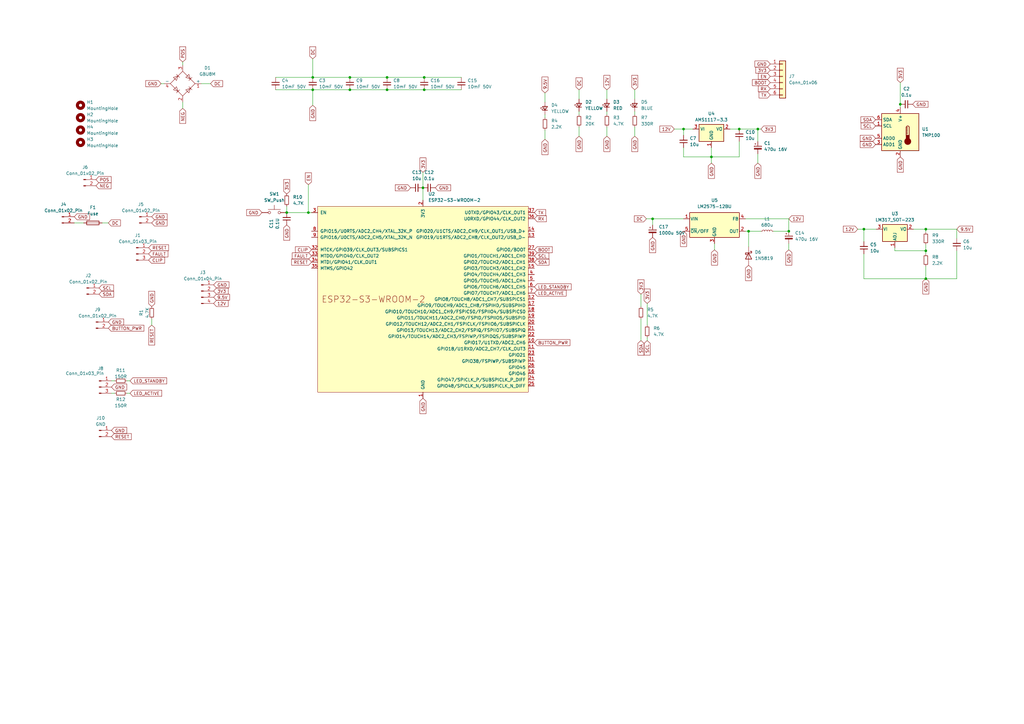
<source format=kicad_sch>
(kicad_sch (version 20231120) (generator "eeschema") (generator_version "8.0")
  (paper "A3")
  (lib_symbols
    (symbol "Connector:Conn_01x02_Pin" (pin_names (offset 1.016) hide)
      (property "Reference" "J" (at 0 2.54 0))
      (property "Value" "Conn_01x02_Pin" (at 0 -5.08 0))
      (symbol "Conn_01x02_Pin_1_1"
        (pin passive line (at 5.08 0 180) (length 3.81) (name "Pin_1") (number "1"))
        (pin passive line (at 5.08 -2.54 180) (length 3.81) (name "Pin_2") (number "2"))
      )
    )
    (symbol "Connector:Conn_01x03_Pin" (pin_names (offset 1.016) hide)
      (property "Reference" "J" (at 0 5.08 0))
      (property "Value" "Conn_01x03_Pin" (at 0 -5.08 0))
      (symbol "Conn_01x03_Pin_1_1"
        (pin passive line (at 5.08 2.54 180) (length 3.81) (name "Pin_1") (number "1"))
        (pin passive line (at 5.08 0 180) (length 3.81) (name "Pin_2") (number "2"))
        (pin passive line (at 5.08 -2.54 180) (length 3.81) (name "Pin_3") (number "3"))
      )
    )
    (symbol "Connector:Conn_01x04_Pin" (pin_names (offset 1.016) hide)
      (property "Reference" "J" (at 0 5.08 0))
      (property "Value" "Conn_01x04_Pin" (at 0 -7.62 0))
      (symbol "Conn_01x04_Pin_1_1"
        (pin passive line (at 5.08 2.54 180) (length 3.81) (name "Pin_1") (number "1"))
        (pin passive line (at 5.08 0 180) (length 3.81) (name "Pin_2") (number "2"))
        (pin passive line (at 5.08 -2.54 180) (length 3.81) (name "Pin_3") (number "3"))
        (pin passive line (at 5.08 -5.08 180) (length 3.81) (name "Pin_4") (number "4"))
      )
    )
    (symbol "Connector_Generic:Conn_01x06" (pin_names (offset 1.016) hide)
      (property "Reference" "J" (at 0 7.62 0))
      (property "Value" "Conn_01x06" (at 0 -10.16 0))
      (symbol "Conn_01x06_1_1"
        (pin passive line (at -5.08 5.08 0) (length 3.81) (name "Pin_1") (number "1"))
        (pin passive line (at -5.08 2.54 0) (length 3.81) (name "Pin_2") (number "2"))
        (pin passive line (at -5.08 0 0) (length 3.81) (name "Pin_3") (number "3"))
        (pin passive line (at -5.08 -2.54 0) (length 3.81) (name "Pin_4") (number "4"))
        (pin passive line (at -5.08 -5.08 0) (length 3.81) (name "Pin_5") (number "5"))
        (pin passive line (at -5.08 -7.62 0) (length 3.81) (name "Pin_6") (number "6"))
      )
    )
    (symbol "Device:C_Polarized_Small" (pin_numbers hide) (pin_names (offset 0.254) hide)
      (property "Reference" "C" (at 0.254 1.778 0))
      (property "Value" "C_Polarized_Small" (at 0.254 -2.032 0))
      (symbol "C_Polarized_Small_1_1"
        (pin passive line (at 0 2.54 270) (length 1.8542) (name "~") (number "1"))
        (pin passive line (at 0 -2.54 90) (length 1.8542) (name "~") (number "2"))
      )
    )
    (symbol "Device:C_Small" (pin_numbers hide) (pin_names (offset 0.254) hide)
      (property "Reference" "C" (at 0.254 1.778 0))
      (property "Value" "C_Small" (at 0.254 -2.032 0))
      (symbol "C_Small_1_1"
        (pin passive line (at 0 2.54 270) (length 2.032) (name "~") (number "1"))
        (pin passive line (at 0 -2.54 90) (length 2.032) (name "~") (number "2"))
      )
    )
    (symbol "Device:Fuse" (pin_numbers hide) (pin_names (offset 0))
      (property "Reference" "F" (at 2.032 0 90))
      (property "Value" "Fuse" (at -1.905 0 90))
      (symbol "Fuse_1_1"
        (pin passive line (at 0 3.81 270) (length 1.27) (name "~") (number "1"))
        (pin passive line (at 0 -3.81 90) (length 1.27) (name "~") (number "2"))
      )
    )
    (symbol "Device:LED_Small" (pin_numbers hide) (pin_names (offset 0.254) hide)
      (property "Reference" "D" (at -1.27 3.175 0))
      (property "Value" "LED_Small" (at -4.445 -2.54 0))
      (symbol "LED_Small_1_1"
        (pin passive line (at -2.54 0 0) (length 1.778) (name "K") (number "1"))
        (pin passive line (at 2.54 0 180) (length 1.778) (name "A") (number "2"))
      )
    )
    (symbol "Device:L_Small" (pin_numbers hide) (pin_names (offset 0.254) hide)
      (property "Reference" "L" (at 0.762 1.016 0))
      (property "Value" "L_Small" (at 0.762 -1.016 0))
      (symbol "L_Small_1_1"
        (pin passive line (at 0 2.54 270) (length 0.508) (name "~") (number "1"))
        (pin passive line (at 0 -2.54 90) (length 0.508) (name "~") (number "2"))
      )
    )
    (symbol "Device:R_Small" (pin_numbers hide) (pin_names (offset 0.254) hide)
      (property "Reference" "R" (at 0.762 0.508 0))
      (property "Value" "R_Small" (at 0.762 -1.016 0))
      (symbol "R_Small_1_1"
        (pin passive line (at 0 2.54 270) (length 0.762) (name "~") (number "1"))
        (pin passive line (at 0 -2.54 90) (length 0.762) (name "~") (number "2"))
      )
    )
    (symbol "Diode:1N5819" (pin_numbers hide) (pin_names (offset 1.016) hide)
      (property "Reference" "D" (at 0 2.54 0))
      (property "Value" "1N5819" (at 0 -2.54 0))
      (symbol "1N5819_1_1"
        (pin passive line (at -3.81 0 0) (length 2.54) (name "K") (number "1"))
        (pin passive line (at 3.81 0 180) (length 2.54) (name "A") (number "2"))
      )
    )
    (symbol "Diode_Bridge:GBU8M" (pin_names (offset 0))
      (property "Reference" "D" (at 2.54 6.985 0))
      (property "Value" "GBU8M" (at 2.54 5.08 0))
      (symbol "GBU8M_1_1"
        (pin passive line (at 7.62 0 180) (length 2.54) (name "+") (number "1"))
        (pin passive line (at 0 -7.62 90) (length 2.54) (name "~") (number "2"))
        (pin passive line (at 0 7.62 270) (length 2.54) (name "~") (number "3"))
        (pin passive line (at -7.62 0 0) (length 2.54) (name "-") (number "4"))
      )
    )
    (symbol "Mechanical:MountingHole" (pin_names (offset 1.016)) (exclude_from_sim yes) (in_bom no)
      (property "Reference" "H" (at 0 5.08 0))
      (property "Value" "MountingHole" (at 0 3.175 0))
    )
    (symbol "PCM_Espressif:ESP32-S3-WROOM-2" (pin_names (offset 1.016))
      (property "Reference" "U" (at -43.18 43.18 0))
      (property "Value" "ESP32-S3-WROOM-2" (at -43.18 40.64 0))
      (symbol "ESP32-S3-WROOM-2_0_0"
        (text "ESP32-S3-WROOM-2" (at -20.32 0 0) (effects (font (size 2.54 2.54))))
        (pin power_in line (at 0 -40.64 90) (length 2.54) (name "GND") (number "1"))
        (pin bidirectional line (at 45.72 -17.78 180) (length 2.54) (name "GPIO17/U1TXD/ADC2_CH6") (number "10"))
        (pin bidirectional line (at 45.72 -20.32 180) (length 2.54) (name "GPIO18/U1RXD/ADC2_CH7/CLK_OUT3") (number "11"))
        (pin bidirectional line (at 45.72 0 180) (length 2.54) (name "GPIO8/TOUCH8/ADC1_CH7/SUBSPICS1") (number "12"))
        (pin bidirectional line (at 45.72 25.4 180) (length 2.54) (name "GPIO19/U1RTS/ADC2_CH8/CLK_OUT2/USB_D-") (number "13"))
        (pin bidirectional line (at 45.72 27.94 180) (length 2.54) (name "GPIO20/U1CTS/ADC2_CH9/CLK_OUT1/USB_D+") (number "14"))
        (pin bidirectional line (at 45.72 12.7 180) (length 2.54) (name "GPIO3/TOUCH3/ADC1_CH2") (number "15"))
        (pin bidirectional line (at 45.72 -30.48 180) (length 2.54) (name "GPIO46") (number "16"))
        (pin bidirectional line (at 45.72 -2.54 180) (length 2.54) (name "GPIO9/TOUCH9/ADC1_CH8/FSPIHD/SUBSPIHD") (number "17"))
        (pin bidirectional line (at 45.72 -5.08 180) (length 2.54) (name "GPIO10/TOUCH10/ADC1_CH9/FSPICS0/FSPIIO4/SUBSPICS0") (number "18"))
        (pin bidirectional line (at 45.72 -7.62 180) (length 2.54) (name "GPIO11/TOUCH11/ADC2_CH0/FSPID/FSPIIO5/SUBSPID") (number "19"))
        (pin power_in line (at 0 40.64 270) (length 2.54) (name "3V3") (number "2"))
        (pin bidirectional line (at 45.72 -10.16 180) (length 2.54) (name "GPIO12/TOUCH12/ADC2_CH1/FSPICLK/FSPIIO6/SUBSPICLK") (number "20"))
        (pin bidirectional line (at 45.72 -12.7 180) (length 2.54) (name "GPIO13/TOUCH13/ADC2_CH2/FSPIQ/FSPIIO7/SUBSPIQ") (number "21"))
        (pin bidirectional line (at 45.72 -15.24 180) (length 2.54) (name "GPIO14/TOUCH14/ADC2_CH3/FSPIWP/FSPIDQS/SUBSPIWP") (number "22"))
        (pin bidirectional line (at 45.72 -22.86 180) (length 2.54) (name "GPIO21") (number "23"))
        (pin bidirectional line (at 45.72 -33.02 180) (length 2.54) (name "GPIO47/SPICLK_P/SUBSPICLK_P_DIFF") (number "24"))
        (pin bidirectional line (at 45.72 -35.56 180) (length 2.54) (name "GPIO48/SPICLK_N/SUBSPICLK_N_DIFF") (number "25"))
        (pin bidirectional line (at 45.72 -27.94 180) (length 2.54) (name "GPIO45") (number "26"))
        (pin bidirectional line (at 45.72 20.32 180) (length 2.54) (name "GPIO0/BOOT") (number "27"))
        (pin no_connect line (at -43.18 -35.56 0) (length 2.54) hide (name "NC") (number "28"))
        (pin no_connect line (at -43.18 -33.02 0) (length 2.54) hide (name "NC") (number "29"))
        (pin input line (at -45.72 35.56 0) (length 2.54) (name "EN") (number "3"))
        (pin no_connect line (at -43.18 -30.48 0) (length 2.54) hide (name "NC") (number "30"))
        (pin bidirectional line (at 45.72 -25.4 180) (length 2.54) (name "GPIO38/FSPIWP/SUBSPIWP") (number "31"))
        (pin bidirectional line (at -45.72 20.32 0) (length 2.54) (name "MTCK/GPIO39/CLK_OUT3/SUBSPICS1") (number "32"))
        (pin bidirectional line (at -45.72 17.78 0) (length 2.54) (name "MTDO/GPIO40/CLK_OUT2") (number "33"))
        (pin bidirectional line (at -45.72 15.24 0) (length 2.54) (name "MTDI/GPIO41/CLK_OUT1") (number "34"))
        (pin bidirectional line (at -45.72 12.7 0) (length 2.54) (name "MTMS/GPIO42") (number "35"))
        (pin bidirectional line (at 45.72 33.02 180) (length 2.54) (name "U0RXD/GPIO44/CLK_OUT2") (number "36"))
        (pin bidirectional line (at 45.72 35.56 180) (length 2.54) (name "U0TXD/GPIO43/CLK_OUT1") (number "37"))
        (pin bidirectional line (at 45.72 15.24 180) (length 2.54) (name "GPIO2/TOUCH2/ADC1_CH1") (number "38"))
        (pin bidirectional line (at 45.72 17.78 180) (length 2.54) (name "GPIO1/TOUCH1/ADC1_CH0") (number "39"))
        (pin bidirectional line (at 45.72 10.16 180) (length 2.54) (name "GPIO4/TOUCH4/ADC1_CH3") (number "4"))
        (pin passive line (at 0 -40.64 90) (length 2.54) hide (name "GND") (number "40"))
        (pin passive line (at 0 -40.64 90) (length 2.54) hide (name "GND") (number "41"))
        (pin bidirectional line (at 45.72 7.62 180) (length 2.54) (name "GPIO5/TOUCH5/ADC1_CH4") (number "5"))
        (pin bidirectional line (at 45.72 5.08 180) (length 2.54) (name "GPIO6/TOUCH6/ADC1_CH5") (number "6"))
        (pin bidirectional line (at 45.72 2.54 180) (length 2.54) (name "GPIO7/TOUCH7/ADC1_CH6") (number "7"))
        (pin bidirectional line (at -45.72 27.94 0) (length 2.54) (name "GPIO15/U0RTS/ADC2_CH4/XTAL_32K_P") (number "8"))
        (pin bidirectional line (at -45.72 25.4 0) (length 2.54) (name "GPIO16/U0CTS/ADC2_CH5/XTAL_32K_N") (number "9"))
      )
    )
    (symbol "Regulator_Linear:AMS1117-3.3"
      (property "Reference" "U" (at -3.81 3.175 0))
      (property "Value" "AMS1117-3.3" (at 0 3.175 0))
      (symbol "AMS1117-3.3_1_1"
        (pin power_in line (at 0 -7.62 90) (length 2.54) (name "GND") (number "1"))
        (pin power_out line (at 7.62 0 180) (length 2.54) (name "VO") (number "2"))
        (pin power_in line (at -7.62 0 0) (length 2.54) (name "VI") (number "3"))
      )
    )
    (symbol "Regulator_Linear:LM317_SOT-223" (pin_names (offset 0.254))
      (property "Reference" "U" (at -3.81 3.175 0))
      (property "Value" "LM317_SOT-223" (at 0 3.175 0))
      (symbol "LM317_SOT-223_1_1"
        (pin input line (at 0 -7.62 90) (length 2.54) (name "ADJ") (number "1"))
        (pin power_out line (at 7.62 0 180) (length 2.54) (name "VO") (number "2"))
        (pin power_in line (at -7.62 0 0) (length 2.54) (name "VI") (number "3"))
      )
    )
    (symbol "Regulator_Switching:LM2575-12BU" (pin_names (offset 0.254))
      (property "Reference" "U" (at -10.16 6.35 0))
      (property "Value" "LM2575-12BU" (at 0 6.35 0))
      (symbol "LM2575-12BU_1_1"
        (pin power_in line (at -12.7 2.54 0) (length 2.54) (name "VIN") (number "1"))
        (pin output line (at 12.7 -2.54 180) (length 2.54) (name "OUT") (number "2"))
        (pin power_in line (at 0 -7.62 90) (length 2.54) (name "GND") (number "3"))
        (pin input line (at 12.7 2.54 180) (length 2.54) (name "FB") (number "4"))
        (pin input line (at -12.7 -2.54 0) (length 2.54) (name "~{ON}/OFF") (number "5"))
      )
    )
    (symbol "Sensor_Temperature:TMP100"
      (property "Reference" "U" (at 10.16 6.35 0))
      (property "Value" "TMP100" (at 12.7 3.81 0))
      (symbol "TMP100_1_1"
        (pin input line (at -10.16 2.54 0) (length 2.54) (name "SCL") (number "1"))
        (pin power_in line (at 0 -10.16 90) (length 2.54) (name "GND") (number "2"))
        (pin input line (at -10.16 -5.08 0) (length 2.54) (name "ADD1") (number "3"))
        (pin power_in line (at 0 10.16 270) (length 2.54) (name "V+") (number "4"))
        (pin input line (at -10.16 -2.54 0) (length 2.54) (name "ADD0") (number "5"))
        (pin bidirectional line (at -10.16 5.08 0) (length 2.54) (name "SDA") (number "6"))
      )
    )
    (symbol "Switch:SW_Push" (pin_numbers hide) (pin_names (offset 1.016) hide)
      (property "Reference" "SW" (at 1.27 2.54 0))
      (property "Value" "SW_Push" (at 0 -1.524 0))
      (symbol "SW_Push_0_1"
        (pin passive line (at -5.08 0 0) (length 2.54) (name "1") (number "1"))
        (pin passive line (at 5.08 0 180) (length 2.54) (name "2") (number "2"))
      )
    )
  )
  (junction (at 158.75 31.75))
  (junction (at 280.3532 52.9274))
  (junction (at 158.75 36.83))
  (junction (at 143.51 36.83))
  (junction (at 173.99 36.83))
  (junction (at 291.7832 64.3574))
  (junction (at 379.73 114.3))
  (junction (at 369.2532 42.7674))
  (junction (at 143.51 31.75))
  (junction (at 379.73 102.87))
  (junction (at 128.27 31.75))
  (junction (at 128.27 36.83))
  (junction (at 354.33 93.98))
  (junction (at 267.6532 89.7574))
  (junction (at 303.2132 52.9274))
  (junction (at 173.99 31.75))
  (junction (at 379.73 93.98))
  (junction (at 117.5982 87.1843))
  (junction (at 310.8332 52.9274))
  (junction (at 323.5332 94.8374))
  (junction (at 126.4882 87.1843))
  (junction (at 307.0232 94.8374))
  (junction (at 173.4782 77.0243))
  (wire (pts (xy 379.73 109.22) (xy 379.73 114.3)))
  (wire (pts (xy 173.99 31.75) (xy 189.23 31.75)))
  (wire (pts (xy 310.8332 52.9274) (xy 312.1032 52.9274)))
  (wire (pts (xy 303.2132 58.0074) (xy 303.2132 64.3574)))
  (wire (pts (xy 223.52 48.26) (xy 223.52 46.99)))
  (wire (pts (xy 379.73 104.14) (xy 379.73 102.87)))
  (wire (pts (xy 354.33 114.3) (xy 354.33 104.14)))
  (wire (pts (xy 260.35 55.88) (xy 260.35 52.07)))
  (wire (pts (xy 354.33 99.06) (xy 354.33 93.98)))
  (wire (pts (xy 265.1132 89.7574) (xy 267.6532 89.7574)))
  (wire (pts (xy 307.0232 94.8374) (xy 307.0232 101.1874)))
  (wire (pts (xy 248.92 36.83) (xy 248.92 40.64)))
  (wire (pts (xy 237.49 55.88) (xy 237.49 52.07)))
  (wire (pts (xy 303.2132 52.9274) (xy 310.8332 52.9274)))
  (wire (pts (xy 379.73 93.98) (xy 392.43 93.98)))
  (wire (pts (xy 291.7832 66.8974) (xy 291.7832 64.3574)))
  (wire (pts (xy 351.79 93.98) (xy 354.33 93.98)))
  (wire (pts (xy 265.43 138.43) (xy 265.43 139.7)))
  (wire (pts (xy 369.2532 33.8774) (xy 369.2532 42.7674)))
  (wire (pts (xy 128.27 36.83) (xy 128.27 43.18)))
  (wire (pts (xy 305.7532 89.7574) (xy 323.5332 89.7574)))
  (wire (pts (xy 310.8332 66.8974) (xy 310.8332 63.0874)))
  (wire (pts (xy 53.34 161.29) (xy 52.07 161.29)))
  (wire (pts (xy 223.52 57.15) (xy 223.52 53.34)))
  (wire (pts (xy 367.03 102.87) (xy 367.03 101.6)))
  (wire (pts (xy 128.27 24.13) (xy 128.27 31.75)))
  (wire (pts (xy 158.75 36.83) (xy 173.99 36.83)))
  (wire (pts (xy 291.7832 64.3574) (xy 303.2132 64.3574)))
  (wire (pts (xy 143.51 31.75) (xy 158.75 31.75)))
  (wire (pts (xy 280.3532 64.3574) (xy 291.7832 64.3574)))
  (wire (pts (xy 53.34 156.21) (xy 52.07 156.21)))
  (wire (pts (xy 126.4882 87.1843) (xy 127.7582 87.1843)))
  (wire (pts (xy 173.4782 70.6743) (xy 173.4782 77.0243)))
  (wire (pts (xy 276.5432 52.9274) (xy 280.3532 52.9274)))
  (wire (pts (xy 267.6532 89.7574) (xy 280.3532 89.7574)))
  (wire (pts (xy 248.92 46.99) (xy 248.92 45.72)))
  (wire (pts (xy 237.49 36.83) (xy 237.49 40.64)))
  (wire (pts (xy 74.93 44.45) (xy 74.93 41.91)))
  (wire (pts (xy 158.75 31.75) (xy 173.99 31.75)))
  (wire (pts (xy 128.27 31.75) (xy 143.51 31.75)))
  (wire (pts (xy 392.43 114.3) (xy 379.73 114.3)))
  (wire (pts (xy 354.33 93.98) (xy 359.41 93.98)))
  (wire (pts (xy 317.1832 94.8374) (xy 323.5332 94.8374)))
  (wire (pts (xy 260.35 46.99) (xy 260.35 45.72)))
  (wire (pts (xy 312.1032 94.8374) (xy 307.0232 94.8374)))
  (wire (pts (xy 374.65 93.98) (xy 379.73 93.98)))
  (wire (pts (xy 280.3532 60.5474) (xy 280.3532 64.3574)))
  (wire (pts (xy 173.99 36.83) (xy 189.23 36.83)))
  (wire (pts (xy 369.2532 42.7674) (xy 369.2532 44.0374)))
  (wire (pts (xy 62.23 133.35) (xy 62.23 130.81)))
  (wire (pts (xy 293.0532 99.9174) (xy 293.0532 102.4574)))
  (wire (pts (xy 34.29 91.44) (xy 30.48 91.44)))
  (wire (pts (xy 237.49 46.99) (xy 237.49 45.72)))
  (wire (pts (xy 117.5982 87.1843) (xy 126.4882 87.1843)))
  (wire (pts (xy 280.3532 52.9274) (xy 284.1632 52.9274)))
  (wire (pts (xy 74.93 25.4) (xy 74.93 26.67)))
  (wire (pts (xy 379.73 114.3) (xy 354.33 114.3)))
  (wire (pts (xy 260.35 36.83) (xy 260.35 40.64)))
  (wire (pts (xy 113.03 31.75) (xy 128.27 31.75)))
  (wire (pts (xy 367.03 102.87) (xy 379.73 102.87)))
  (wire (pts (xy 392.43 93.98) (xy 392.43 97.79)))
  (wire (pts (xy 128.27 36.83) (xy 143.51 36.83)))
  (wire (pts (xy 280.3532 55.4674) (xy 280.3532 52.9274)))
  (wire (pts (xy 299.4032 52.9274) (xy 303.2132 52.9274)))
  (wire (pts (xy 173.4782 77.0243) (xy 173.4782 82.1043)))
  (wire (pts (xy 323.5332 89.7574) (xy 323.5332 94.8374)))
  (wire (pts (xy 379.73 100.33) (xy 379.73 102.87)))
  (wire (pts (xy 46.99 156.21) (xy 45.72 156.21)))
  (wire (pts (xy 223.52 38.1) (xy 223.52 41.91)))
  (wire (pts (xy 262.89 130.81) (xy 262.89 139.7)))
  (wire (pts (xy 305.7532 94.8374) (xy 307.0232 94.8374)))
  (wire (pts (xy 310.8332 58.0074) (xy 310.8332 52.9274)))
  (wire (pts (xy 46.99 161.29) (xy 45.72 161.29)))
  (wire (pts (xy 291.7832 60.5474) (xy 291.7832 64.3574)))
  (wire (pts (xy 323.5332 102.4574) (xy 323.5332 99.9174)))
  (wire (pts (xy 143.51 36.83) (xy 158.75 36.83)))
  (wire (pts (xy 379.73 95.25) (xy 379.73 93.98)))
  (wire (pts (xy 44.45 91.44) (xy 41.91 91.44)))
  (wire (pts (xy 392.43 102.87) (xy 392.43 114.3)))
  (wire (pts (xy 262.89 120.65) (xy 262.89 125.73)))
  (wire (pts (xy 117.5982 84.6443) (xy 117.5982 87.1843)))
  (wire (pts (xy 66.04 34.29) (xy 67.31 34.29)))
  (wire (pts (xy 86.36 34.29) (xy 82.55 34.29)))
  (wire (pts (xy 126.4882 75.7543) (xy 126.4882 87.1843)))
  (wire (pts (xy 265.43 124.46) (xy 265.43 133.35)))
  (wire (pts (xy 248.92 55.88) (xy 248.92 52.07)))
  (wire (pts (xy 267.6532 92.2974) (xy 267.6532 89.7574)))
  (wire (pts (xy 113.03 36.83) (xy 128.27 36.83)))
  (global_label "DC" (shape input) (at 237.49 36.83 90) (property "Intersheetrefs" "${INTERSHEET_REFS}" (effects (hide yes))))
  (global_label "GND" (shape input) (at 369.2532 64.3574 270) (property "Intersheetrefs" "${INTERSHEET_REFS}" (effects (hide yes))))
  (global_label "NEG" (shape input) (at 39.37 76.2 0) (property "Intersheetrefs" "${INTERSHEET_REFS}" (effects (hide yes))))
  (global_label "GND" (shape input) (at 359.0932 56.7374 180) (property "Intersheetrefs" "${INTERSHEET_REFS}" (effects (hide yes))))
  (global_label "RESET" (shape input) (at 60.96 101.6 0) (property "Intersheetrefs" "${INTERSHEET_REFS}" (effects (hide yes))))
  (global_label "GND" (shape input) (at 379.73 114.3 270) (property "Intersheetrefs" "${INTERSHEET_REFS}" (effects (hide yes))))
  (global_label "GND" (shape input) (at 44.45 132.08 0) (property "Intersheetrefs" "${INTERSHEET_REFS}" (effects (hide yes))))
  (global_label "DC" (shape input) (at 86.36 34.29 0) (property "Intersheetrefs" "${INTERSHEET_REFS}" (effects (hide yes))))
  (global_label "3V3" (shape input) (at 262.89 120.65 90) (property "Intersheetrefs" "${INTERSHEET_REFS}" (effects (hide yes))))
  (global_label "GND" (shape input) (at 323.5332 102.4574 270) (property "Intersheetrefs" "${INTERSHEET_REFS}" (effects (hide yes))))
  (global_label "NEG" (shape input) (at 74.93 44.45 270) (property "Intersheetrefs" "${INTERSHEET_REFS}" (effects (hide yes))))
  (global_label "3V3" (shape input) (at 312.1032 52.9274 0) (property "Intersheetrefs" "${INTERSHEET_REFS}" (effects (hide yes))))
  (global_label "9.5V" (shape input) (at 87.63 121.92 0) (property "Intersheetrefs" "${INTERSHEET_REFS}" (effects (hide yes))))
  (global_label "GND" (shape input) (at 315.9132 26.2574 180) (property "Intersheetrefs" "${INTERSHEET_REFS}" (effects (hide yes))))
  (global_label "GND" (shape input) (at 62.23 125.73 90) (property "Intersheetrefs" "${INTERSHEET_REFS}" (effects (hide yes))))
  (global_label "LED_ACTIVE" (shape input) (at 219.1982 120.2043 0) (property "Intersheetrefs" "${INTERSHEET_REFS}" (effects (hide yes))))
  (global_label "FAULT" (shape input) (at 127.7582 104.9643 180) (property "Intersheetrefs" "${INTERSHEET_REFS}" (effects (hide yes))))
  (global_label "GND" (shape input) (at 62.23 91.44 0) (property "Intersheetrefs" "${INTERSHEET_REFS}" (effects (hide yes))))
  (global_label "TX" (shape input) (at 219.1982 87.1843 0) (property "Intersheetrefs" "${INTERSHEET_REFS}" (effects (hide yes))))
  (global_label "SCL" (shape input) (at 40.64 118.11 0) (property "Intersheetrefs" "${INTERSHEET_REFS}" (effects (hide yes))))
  (global_label "GND" (shape input) (at 267.6532 97.3774 270) (property "Intersheetrefs" "${INTERSHEET_REFS}" (effects (hide yes))))
  (global_label "BUTTON_PWR" (shape input) (at 219.1982 140.5243 0) (property "Intersheetrefs" "${INTERSHEET_REFS}" (effects (hide yes))))
  (global_label "3V3" (shape input) (at 117.5982 79.5643 90) (property "Intersheetrefs" "${INTERSHEET_REFS}" (effects (hide yes))))
  (global_label "GND" (shape input) (at 62.23 88.9 0) (property "Intersheetrefs" "${INTERSHEET_REFS}" (effects (hide yes))))
  (global_label "GND" (shape input) (at 173.4782 163.3843 270) (property "Intersheetrefs" "${INTERSHEET_REFS}" (effects (hide yes))))
  (global_label "BUTTON_PWR" (shape input) (at 44.45 134.62 0) (property "Intersheetrefs" "${INTERSHEET_REFS}" (effects (hide yes))))
  (global_label "GND" (shape input) (at 168.3982 77.0243 180) (property "Intersheetrefs" "${INTERSHEET_REFS}" (effects (hide yes))))
  (global_label "GND" (shape input) (at 310.8332 66.8974 270) (property "Intersheetrefs" "${INTERSHEET_REFS}" (effects (hide yes))))
  (global_label "RESET" (shape input) (at 62.23 133.35 270) (property "Intersheetrefs" "${INTERSHEET_REFS}" (effects (hide yes))))
  (global_label "3V3" (shape input) (at 173.4782 70.6743 90) (property "Intersheetrefs" "${INTERSHEET_REFS}" (effects (hide yes))))
  (global_label "LED_STANDBY" (shape input) (at 53.34 156.21 0) (property "Intersheetrefs" "${INTERSHEET_REFS}" (effects (hide yes))))
  (global_label "SDA" (shape input) (at 40.64 120.65 0) (property "Intersheetrefs" "${INTERSHEET_REFS}" (effects (hide yes))))
  (global_label "3V3" (shape input) (at 265.43 124.46 90) (property "Intersheetrefs" "${INTERSHEET_REFS}" (effects (hide yes))))
  (global_label "GND" (shape input) (at 359.0932 59.2774 180) (property "Intersheetrefs" "${INTERSHEET_REFS}" (effects (hide yes))))
  (global_label "LED_ACTIVE" (shape input) (at 53.34 161.29 0) (property "Intersheetrefs" "${INTERSHEET_REFS}" (effects (hide yes))))
  (global_label "CLIP" (shape input) (at 127.7582 102.4243 180) (property "Intersheetrefs" "${INTERSHEET_REFS}" (effects (hide yes))))
  (global_label "3V3" (shape input) (at 87.63 119.38 0) (property "Intersheetrefs" "${INTERSHEET_REFS}" (effects (hide yes))))
  (global_label "GND" (shape input) (at 237.49 55.88 270) (property "Intersheetrefs" "${INTERSHEET_REFS}" (effects (hide yes))))
  (global_label "GND" (shape input) (at 66.04 34.29 180) (property "Intersheetrefs" "${INTERSHEET_REFS}" (effects (hide yes))))
  (global_label "12V" (shape input) (at 248.92 36.83 90) (property "Intersheetrefs" "${INTERSHEET_REFS}" (effects (hide yes))))
  (global_label "9.5V" (shape input) (at 223.52 38.1 90) (property "Intersheetrefs" "${INTERSHEET_REFS}" (effects (hide yes))))
  (global_label "GND" (shape input) (at 248.92 55.88 270) (property "Intersheetrefs" "${INTERSHEET_REFS}" (effects (hide yes))))
  (global_label "RX" (shape input) (at 315.9132 36.4174 180) (property "Intersheetrefs" "${INTERSHEET_REFS}" (effects (hide yes))))
  (global_label "POS" (shape input) (at 39.37 73.66 0) (property "Intersheetrefs" "${INTERSHEET_REFS}" (effects (hide yes))))
  (global_label "3V3" (shape input) (at 369.2532 33.8774 90) (property "Intersheetrefs" "${INTERSHEET_REFS}" (effects (hide yes))))
  (global_label "LED_STANDBY" (shape input) (at 219.1982 117.6643 0) (property "Intersheetrefs" "${INTERSHEET_REFS}" (effects (hide yes))))
  (global_label "DC" (shape input) (at 265.1132 89.7574 180) (property "Intersheetrefs" "${INTERSHEET_REFS}" (effects (hide yes))))
  (global_label "SDA" (shape input) (at 359.0932 49.1174 180) (property "Intersheetrefs" "${INTERSHEET_REFS}" (effects (hide yes))))
  (global_label "GND" (shape input) (at 178.5582 77.0243 0) (property "Intersheetrefs" "${INTERSHEET_REFS}" (effects (hide yes))))
  (global_label "GND" (shape input) (at 45.72 176.53 0) (property "Intersheetrefs" "${INTERSHEET_REFS}" (effects (hide yes))))
  (global_label "9.5V" (shape input) (at 392.43 93.98 0) (property "Intersheetrefs" "${INTERSHEET_REFS}" (effects (hide yes))))
  (global_label "RESET" (shape input) (at 127.7582 107.5043 180) (property "Intersheetrefs" "${INTERSHEET_REFS}" (effects (hide yes))))
  (global_label "GND" (shape input) (at 117.5982 92.2643 270) (property "Intersheetrefs" "${INTERSHEET_REFS}" (effects (hide yes))))
  (global_label "GND" (shape input) (at 87.63 116.84 0) (property "Intersheetrefs" "${INTERSHEET_REFS}" (effects (hide yes))))
  (global_label "GND" (shape input) (at 307.0232 108.8074 270) (property "Intersheetrefs" "${INTERSHEET_REFS}" (effects (hide yes))))
  (global_label "FAULT" (shape input) (at 60.96 104.14 0) (property "Intersheetrefs" "${INTERSHEET_REFS}" (effects (hide yes))))
  (global_label "GND" (shape input) (at 280.3532 94.8374 270) (property "Intersheetrefs" "${INTERSHEET_REFS}" (effects (hide yes))))
  (global_label "3V3" (shape input) (at 315.9132 28.7974 180) (property "Intersheetrefs" "${INTERSHEET_REFS}" (effects (hide yes))))
  (global_label "EN" (shape input) (at 126.4882 75.7543 90) (property "Intersheetrefs" "${INTERSHEET_REFS}" (effects (hide yes))))
  (global_label "BOOT" (shape input) (at 219.1982 102.4243 0) (property "Intersheetrefs" "${INTERSHEET_REFS}" (effects (hide yes))))
  (global_label "TX" (shape input) (at 315.9132 38.9574 180) (property "Intersheetrefs" "${INTERSHEET_REFS}" (effects (hide yes))))
  (global_label "3V3" (shape input) (at 260.35 36.83 90) (property "Intersheetrefs" "${INTERSHEET_REFS}" (effects (hide yes))))
  (global_label "12V" (shape input) (at 87.63 124.46 0) (property "Intersheetrefs" "${INTERSHEET_REFS}" (effects (hide yes))))
  (global_label "GND" (shape input) (at 293.0532 102.4574 270) (property "Intersheetrefs" "${INTERSHEET_REFS}" (effects (hide yes))))
  (global_label "DC" (shape input) (at 44.45 91.44 0) (property "Intersheetrefs" "${INTERSHEET_REFS}" (effects (hide yes))))
  (global_label "GND" (shape input) (at 374.3332 42.7674 0) (property "Intersheetrefs" "${INTERSHEET_REFS}" (effects (hide yes))))
  (global_label "12V" (shape input) (at 276.5432 52.9274 180) (property "Intersheetrefs" "${INTERSHEET_REFS}" (effects (hide yes))))
  (global_label "POS" (shape input) (at 74.93 25.4 90) (property "Intersheetrefs" "${INTERSHEET_REFS}" (effects (hide yes))))
  (global_label "RESET" (shape input) (at 45.72 179.07 0) (property "Intersheetrefs" "${INTERSHEET_REFS}" (effects (hide yes))))
  (global_label "RX" (shape input) (at 219.1982 89.7243 0) (property "Intersheetrefs" "${INTERSHEET_REFS}" (effects (hide yes))))
  (global_label "12V" (shape input) (at 323.5332 89.7574 0) (property "Intersheetrefs" "${INTERSHEET_REFS}" (effects (hide yes))))
  (global_label "BOOT" (shape input) (at 315.9132 33.8774 180) (property "Intersheetrefs" "${INTERSHEET_REFS}" (effects (hide yes))))
  (global_label "GND" (shape input) (at 30.48 88.9 0) (property "Intersheetrefs" "${INTERSHEET_REFS}" (effects (hide yes))))
  (global_label "DC" (shape input) (at 128.27 24.13 90) (property "Intersheetrefs" "${INTERSHEET_REFS}" (effects (hide yes))))
  (global_label "SCL" (shape input) (at 219.1982 104.9643 0) (property "Intersheetrefs" "${INTERSHEET_REFS}" (effects (hide yes))))
  (global_label "12V" (shape input) (at 351.79 93.98 180) (property "Intersheetrefs" "${INTERSHEET_REFS}" (effects (hide yes))))
  (global_label "SDA" (shape input) (at 219.1982 107.5043 0) (property "Intersheetrefs" "${INTERSHEET_REFS}" (effects (hide yes))))
  (global_label "GND" (shape input) (at 45.72 158.75 0) (property "Intersheetrefs" "${INTERSHEET_REFS}" (effects (hide yes))))
  (global_label "SDA" (shape input) (at 262.89 139.7 270) (property "Intersheetrefs" "${INTERSHEET_REFS}" (effects (hide yes))))
  (global_label "GND" (shape input) (at 260.35 55.88 270) (property "Intersheetrefs" "${INTERSHEET_REFS}" (effects (hide yes))))
  (global_label "SCL" (shape input) (at 265.43 139.7 270) (property "Intersheetrefs" "${INTERSHEET_REFS}" (effects (hide yes))))
  (global_label "GND" (shape input) (at 128.27 43.18 270) (property "Intersheetrefs" "${INTERSHEET_REFS}" (effects (hide yes))))
  (global_label "SCL" (shape input) (at 359.0932 51.6574 180) (property "Intersheetrefs" "${INTERSHEET_REFS}" (effects (hide yes))))
  (global_label "EN" (shape input) (at 315.9132 31.3374 180) (property "Intersheetrefs" "${INTERSHEET_REFS}" (effects (hide yes))))
  (global_label "CLIP" (shape input) (at 60.96 106.68 0) (property "Intersheetrefs" "${INTERSHEET_REFS}" (effects (hide yes))))
  (global_label "GND" (shape input) (at 223.52 57.15 270) (property "Intersheetrefs" "${INTERSHEET_REFS}" (effects (hide yes))))
  (global_label "GND" (shape input) (at 107.4382 87.1843 180) (property "Intersheetrefs" "${INTERSHEET_REFS}" (effects (hide yes))))
  (global_label "GND" (shape input) (at 291.7832 66.8974 270) (property "Intersheetrefs" "${INTERSHEET_REFS}" (effects (hide yes))))
  (symbol (lib_id "Connector:Conn_01x02_Pin") (at 35.56 118.11 0) (unit 1)
    (property "Reference" "J2" (at 36.195 113.03 0))
    (property "Value" "Conn_01x02_Pin" (at 36.195 115.57 0))
    (property "Footprint" "Connector_JST:JST_PH_B2B-PH-K_1x02_P2.00mm_Vertical" (effects (hide yes)))
    (property "Description" "Generic connector, single row, 01x02, script generated" (effects (hide yes)))
  )
  (symbol (lib_id "Device:C_Small") (at 280.3532 58.0074 180) (unit 1)
    (property "Reference" "C7" (at 282.8932 56.7309 0) (effects (justify right)))
    (property "Value" "10u" (at 282.8932 59.2709 0) (effects (justify right)))
    (property "Footprint" "Capacitor_SMD:C_1206_3216Metric_Pad1.33x1.80mm_HandSolder" (effects (hide yes)))
    (property "Description" "Unpolarized capacitor, small symbol" (effects (hide yes)))
  )
  (symbol (lib_id "Device:C_Small") (at 371.7932 42.7674 270) (unit 1)
    (property "Reference" "C2" (at 371.7868 36.4174 90))
    (property "Value" "0.1u" (at 371.7868 38.9574 90))
    (property "Footprint" "Capacitor_SMD:C_0805_2012Metric_Pad1.18x1.45mm_HandSolder" (effects (hide yes)))
    (property "Description" "Unpolarized capacitor, small symbol" (effects (hide yes)))
  )
  (symbol (lib_id "Device:R_Small") (at 62.23 128.27 180) (unit 1)
    (property "Reference" "R1" (at 57.912 128.27 90))
    (property "Value" "4.7K" (at 60.452 128.27 90))
    (property "Footprint" "Resistor_SMD:R_0603_1608Metric_Pad0.98x0.95mm_HandSolder" (effects (hide yes)))
    (property "Description" "Resistor, small symbol" (effects (hide yes)))
  )
  (symbol (lib_id "Device:C_Small") (at 176.0182 77.0243 270) (unit 1)
    (property "Reference" "C12" (at 176.0118 70.6743 90))
    (property "Value" "0.1u" (at 176.0118 73.2143 90))
    (property "Footprint" "Capacitor_SMD:C_0805_2012Metric_Pad1.18x1.45mm_HandSolder" (effects (hide yes)))
    (property "Description" "Unpolarized capacitor, small symbol" (effects (hide yes)))
  )
  (symbol (lib_id "Mechanical:MountingHole") (at 33.02 48.26 0) (unit 1) (exclude_from_sim yes) (in_bom no)
    (property "Reference" "H2" (at 35.56 46.9899 0) (effects (justify left)))
    (property "Value" "MountingHole" (at 35.56 49.5299 0) (effects (justify left)))
    (property "Footprint" "MountingHole:MountingHole_3.2mm_M3_DIN965_Pad_TopBottom" (effects (hide yes)))
    (property "Description" "Mounting Hole without connection" (effects (hide yes)))
  )
  (symbol (lib_id "Device:LED_Small") (at 223.52 44.45 90) (unit 1)
    (property "Reference" "D4" (at 226.06 43.1164 90) (effects (justify right)))
    (property "Value" "YELLOW" (at 226.06 45.6564 90) (effects (justify right)))
    (property "Footprint" "LED_SMD:LED_0805_2012Metric_Pad1.15x1.40mm_HandSolder" (effects (hide yes)))
    (property "Description" "Light emitting diode, small symbol" (effects (hide yes)))
  )
  (symbol (lib_id "Connector:Conn_01x03_Pin") (at 40.64 158.75 0) (unit 1)
    (property "Reference" "J8" (at 41.275 151.13 0))
    (property "Value" "Conn_01x03_Pin" (at 34.798 153.162 0))
    (property "Footprint" "Connector_JST:JST_PH_B3B-PH-K_1x03_P2.00mm_Vertical" (effects (hide yes)))
    (property "Description" "Generic connector, single row, 01x03, script generated" (effects (hide yes)))
  )
  (symbol (lib_id "Device:C_Small") (at 158.75 34.29 0) (unit 1)
    (property "Reference" "C8" (at 161.29 33.0262 0) (effects (justify left)))
    (property "Value" "10mF 50V" (at 161.29 35.5662 0) (effects (justify left)))
    (property "Footprint" "Capacitor_THT:CP_Radial_D25.0mm_P10.00mm_SnapIn" (effects (hide yes)))
    (property "Description" "Unpolarized capacitor, small symbol" (effects (hide yes)))
  )
  (symbol (lib_id "Device:R_Small") (at 49.53 161.29 90) (unit 1)
    (property "Reference" "R12" (at 49.53 163.83 90))
    (property "Value" "150R" (at 49.53 166.37 90))
    (property "Footprint" "Resistor_SMD:R_0603_1608Metric_Pad0.98x0.95mm_HandSolder" (effects (hide yes)))
    (property "Description" "Resistor, small symbol" (effects (hide yes)))
  )
  (symbol (lib_id "Regulator_Switching:LM2575-12BU") (at 293.0532 92.2974 0) (unit 1)
    (property "Reference" "U5" (at 293.0532 82.1374 0))
    (property "Value" "LM2575-12BU" (at 293.0532 84.6774 0))
    (property "Footprint" "Package_TO_SOT_SMD:TO-263-5_TabPin3" (effects (hide yes)))
    (property "Datasheet" "http://ww1.microchip.com/downloads/en/DeviceDoc/lm2575.pdf" (effects (hide yes)))
    (property "Description" "Fixed 12V 52kHz Simple 1A Buck Regulator, TO-263" (effects (hide yes)))
    (property "Mouser" "TL2575HV-12IKTTR" (effects (hide yes)))
  )
  (symbol (lib_id "Diode:1N5819") (at 307.0232 104.9974 270) (unit 1)
    (property "Reference" "D6" (at 309.5632 103.4098 90) (effects (justify left)))
    (property "Value" "1N5819" (at 309.5632 105.9498 90) (effects (justify left)))
    (property "Footprint" "Diode_THT:D_DO-41_SOD81_P7.62mm_Horizontal" (effects (hide yes)))
    (property "Datasheet" "http://www.vishay.com/docs/88525/1n5817.pdf" (effects (hide yes)))
    (property "Description" "40V 1A Schottky Barrier Rectifier Diode, DO-41" (effects (hide yes)))
    (property "Mouser" "863-MBR150RLG" (effects (hide yes)))
  )
  (symbol (lib_id "Device:LED_Small") (at 260.35 43.18 90) (unit 1)
    (property "Reference" "D5" (at 262.89 41.8464 90) (effects (justify right)))
    (property "Value" "BLUE" (at 262.89 44.3864 90) (effects (justify right)))
    (property "Footprint" "LED_SMD:LED_0805_2012Metric_Pad1.15x1.40mm_HandSolder" (effects (hide yes)))
    (property "Description" "Light emitting diode, small symbol" (effects (hide yes)))
  )
  (symbol (lib_id "Device:R_Small") (at 265.43 135.89 0) (unit 1)
    (property "Reference" "R6" (at 267.97 134.6199 0) (effects (justify left)))
    (property "Value" "4.7K" (at 267.97 137.1599 0) (effects (justify left)))
    (property "Footprint" "Resistor_SMD:R_0603_1608Metric_Pad0.98x0.95mm_HandSolder" (effects (hide yes)))
  )
  (symbol (lib_id "Device:C_Small") (at 173.99 34.29 0) (unit 1)
    (property "Reference" "C16" (at 176.53 33.0262 0) (effects (justify left)))
    (property "Value" "10mF 50V" (at 176.53 35.5662 0) (effects (justify left)))
    (property "Footprint" "Capacitor_THT:CP_Radial_D25.0mm_P10.00mm_SnapIn" (effects (hide yes)))
    (property "Description" "Unpolarized capacitor, small symbol" (effects (hide yes)))
  )
  (symbol (lib_id "Device:R_Small") (at 379.73 97.79 0) (unit 1)
    (property "Reference" "R9" (at 382.27 96.5199 0) (effects (justify left)))
    (property "Value" "330R" (at 382.27 99.0599 0) (effects (justify left)))
    (property "Footprint" "Resistor_SMD:R_0603_1608Metric_Pad0.98x0.95mm_HandSolder" (effects (hide yes)))
  )
  (symbol (lib_id "Device:C_Polarized_Small") (at 267.6532 94.8374 0) (unit 1)
    (property "Reference" "C17" (at 270.1932 93.0212 0) (effects (justify left)))
    (property "Value" "1000u 50V" (at 270.1932 95.5612 0) (effects (justify left)))
    (property "Footprint" "Capacitor_THT:CP_Radial_D12.5mm_P5.00mm" (effects (hide yes)))
    (property "Description" "Polarized capacitor, small symbol" (effects (hide yes)))
  )
  (symbol (lib_id "Device:R_Small") (at 379.73 106.68 0) (unit 1)
    (property "Reference" "R8" (at 382.27 105.4099 0) (effects (justify left)))
    (property "Value" "2.2K" (at 382.27 107.9499 0) (effects (justify left)))
    (property "Footprint" "Resistor_SMD:R_0603_1608Metric_Pad0.98x0.95mm_HandSolder" (effects (hide yes)))
  )
  (symbol (lib_id "Connector:Conn_01x02_Pin") (at 40.64 176.53 0) (unit 1)
    (property "Reference" "J10" (at 41.275 171.45 0))
    (property "Value" "GND" (at 41.275 173.99 0))
    (property "Footprint" "Connector_JST:JST_PH_B2B-PH-K_1x02_P2.00mm_Vertical" (effects (hide yes)))
    (property "Description" "Generic connector, single row, 01x02, script generated" (effects (hide yes)))
  )
  (symbol (lib_id "Device:C_Small") (at 170.9382 77.0243 90) (unit 1)
    (property "Reference" "C13" (at 170.9445 70.6743 90))
    (property "Value" "10u" (at 170.9445 73.2143 90))
    (property "Footprint" "Capacitor_SMD:C_1206_3216Metric_Pad1.33x1.80mm_HandSolder" (effects (hide yes)))
    (property "Description" "Unpolarized capacitor, small symbol" (effects (hide yes)))
  )
  (symbol (lib_id "Device:R_Small") (at 260.35 49.53 0) (unit 1)
    (property "Reference" "R7" (at 262.89 48.2599 0) (effects (justify left)))
    (property "Value" "330R" (at 262.89 50.7999 0) (effects (justify left)))
    (property "Footprint" "Resistor_SMD:R_0603_1608Metric_Pad0.98x0.95mm_HandSolder" (effects (hide yes)))
  )
  (symbol (lib_id "Device:R_Small") (at 248.92 49.53 0) (unit 1)
    (property "Reference" "R3" (at 251.46 48.2599 0) (effects (justify left)))
    (property "Value" "4.7K" (at 251.46 50.7999 0) (effects (justify left)))
    (property "Footprint" "Resistor_SMD:R_0603_1608Metric_Pad0.98x0.95mm_HandSolder" (effects (hide yes)))
  )
  (symbol (lib_id "Device:C_Small") (at 354.33 101.6 180) (unit 1)
    (property "Reference" "C5" (at 356.87 100.3235 0) (effects (justify right)))
    (property "Value" "10u" (at 356.87 102.8635 0) (effects (justify right)))
    (property "Footprint" "Capacitor_SMD:C_1206_3216Metric_Pad1.33x1.80mm_HandSolder" (effects (hide yes)))
    (property "Description" "Unpolarized capacitor, small symbol" (effects (hide yes)))
  )
  (symbol (lib_id "Mechanical:MountingHole") (at 33.02 53.34 0) (unit 1) (exclude_from_sim yes) (in_bom no)
    (property "Reference" "H4" (at 35.56 52.0699 0) (effects (justify left)))
    (property "Value" "MountingHole" (at 35.56 54.6099 0) (effects (justify left)))
    (property "Footprint" "MountingHole:MountingHole_3.2mm_M3_DIN965_Pad_TopBottom" (effects (hide yes)))
    (property "Description" "Mounting Hole without connection" (effects (hide yes)))
  )
  (symbol (lib_id "Device:LED_Small") (at 248.92 43.18 90) (unit 1)
    (property "Reference" "D3" (at 251.46 41.8464 90) (effects (justify right)))
    (property "Value" "RED" (at 251.46 44.3864 90) (effects (justify right)))
    (property "Footprint" "LED_SMD:LED_0805_2012Metric_Pad1.15x1.40mm_HandSolder" (effects (hide yes)))
    (property "Description" "Light emitting diode, small symbol" (effects (hide yes)))
  )
  (symbol (lib_id "Diode_Bridge:GBU8M") (at 74.93 34.29 0) (unit 1)
    (property "Reference" "D1" (at 85.09 27.8698 0))
    (property "Value" "GBU8M" (at 85.09 30.4098 0))
    (property "Footprint" "Diode_THT:Diode_Bridge_Vishay_GBU" (effects (hide yes)))
    (property "Datasheet" "http://www.vishay.com/docs/88656/gbu8a.pdf" (effects (hide yes)))
    (property "Description" "Single-Phase Bridge Rectifier, 700V Vrms, 8.0A If, GBU package" (effects (hide yes)))
  )
  (symbol (lib_id "Connector:Conn_01x02_Pin") (at 25.4 88.9 0) (unit 1)
    (property "Reference" "J4" (at 26.035 83.82 0))
    (property "Value" "Conn_01x02_Pin" (at 26.035 86.36 0))
    (property "Footprint" "Connector_JST:JST_VH_B2P-VH-B_1x02_P3.96mm_Vertical" (effects (hide yes)))
    (property "Description" "Generic connector, single row, 01x02, script generated" (effects (hide yes)))
  )
  (symbol (lib_id "Switch:SW_Push") (at 112.5182 87.1843 0) (unit 1)
    (property "Reference" "SW1" (at 112.5182 79.5643 0))
    (property "Value" "SW_Push" (at 112.5182 82.1043 0))
    (property "Footprint" "Custom:Button Aliexpress 4x4" (effects (hide yes)))
    (property "Description" "Push button switch, generic, two pins" (effects (hide yes)))
  )
  (symbol (lib_id "Connector:Conn_01x02_Pin") (at 39.37 132.08 0) (unit 1)
    (property "Reference" "J9" (at 40.005 127 0))
    (property "Value" "Conn_01x02_Pin" (at 40.005 129.54 0))
    (property "Footprint" "Connector_JST:JST_PH_B2B-PH-K_1x02_P2.00mm_Vertical" (effects (hide yes)))
    (property "Description" "Generic connector, single row, 01x02, script generated" (effects (hide yes)))
  )
  (symbol (lib_id "Device:R_Small") (at 262.89 128.27 0) (unit 1)
    (property "Reference" "R5" (at 265.43 126.9999 0) (effects (justify left)))
    (property "Value" "4.7K" (at 265.43 129.5399 0) (effects (justify left)))
    (property "Footprint" "Resistor_SMD:R_0603_1608Metric_Pad0.98x0.95mm_HandSolder" (effects (hide yes)))
  )
  (symbol (lib_id "Device:R_Small") (at 49.53 156.21 90) (unit 1)
    (property "Reference" "R11" (at 49.53 151.892 90))
    (property "Value" "150R" (at 49.53 154.432 90))
    (property "Footprint" "Resistor_SMD:R_0603_1608Metric_Pad0.98x0.95mm_HandSolder" (effects (hide yes)))
    (property "Description" "Resistor, small symbol" (effects (hide yes)))
  )
  (symbol (lib_id "Device:C_Small") (at 128.27 34.29 0) (unit 1)
    (property "Reference" "C3" (at 130.81 33.0262 0) (effects (justify left)))
    (property "Value" "10mF 50V" (at 130.81 35.5662 0) (effects (justify left)))
    (property "Footprint" "Capacitor_THT:CP_Radial_D25.0mm_P10.00mm_SnapIn" (effects (hide yes)))
    (property "Description" "Unpolarized capacitor, small symbol" (effects (hide yes)))
  )
  (symbol (lib_id "Mechanical:MountingHole") (at 33.02 58.42 0) (unit 1) (exclude_from_sim yes) (in_bom no)
    (property "Reference" "H3" (at 35.56 57.1499 0) (effects (justify left)))
    (property "Value" "MountingHole" (at 35.56 59.6899 0) (effects (justify left)))
    (property "Footprint" "MountingHole:MountingHole_3.2mm_M3_DIN965_Pad_TopBottom" (effects (hide yes)))
    (property "Description" "Mounting Hole without connection" (effects (hide yes)))
  )
  (symbol (lib_id "Connector_Generic:Conn_01x06") (at 320.9932 31.3374 0) (unit 1)
    (property "Reference" "J7" (at 323.5332 31.3373 0) (effects (justify left)))
    (property "Value" "Conn_01x06" (at 323.5332 33.8773 0) (effects (justify left)))
    (property "Footprint" "Connector_PinHeader_2.54mm:PinHeader_1x06_P2.54mm_Vertical" (effects (hide yes)))
    (property "Description" "Generic connector, single row, 01x06, script generated (kicad-library-utils/schlib/autogen/connector/)" (effects (hide yes)))
  )
  (symbol (lib_id "PCM_Espressif:ESP32-S3-WROOM-2") (at 173.4782 122.7443 0) (unit 1)
    (property "Reference" "U2" (at 175.6723 79.5643 0) (effects (justify left)))
    (property "Value" "ESP32-S3-WROOM-2" (at 175.6723 82.1043 0) (effects (justify left)))
    (property "Footprint" "PCM_Espressif:ESP32-S3-WROOM-2" (effects (hide yes)))
    (property "Datasheet" "https://www.espressif.com/sites/default/files/documentation/esp32-s3-wroom-2_datasheet_en.pdf" (effects (hide yes)))
    (property "Description" "2.4 GHz WiFi (802.11 b/g/n) and Bluetooth ® 5 (LE) module Built around ESP32S3 series of SoCs, Xtensa ® dualcore 32bit LX7 microprocessor Flash up to 16 MB, PSRAM up to 8 MB 36 GPIOs, rich set of peripherals Onboard PCB antenna" (effects (hide yes)))
  )
  (symbol (lib_id "Device:Fuse") (at 38.1 91.44 90) (unit 1)
    (property "Reference" "F1" (at 38.1 85.09 90))
    (property "Value" "Fuse" (at 38.1 87.63 90))
    (property "Footprint" "Custom:Aliexpress Fuse 5x20" (effects (hide yes)))
    (property "Description" "Fuse" (effects (hide yes)))
  )
  (symbol (lib_id "Device:LED_Small") (at 237.49 43.18 90) (unit 1)
    (property "Reference" "D2" (at 240.03 41.8464 90) (effects (justify right)))
    (property "Value" "YELLOW" (at 240.03 44.3864 90) (effects (justify right)))
    (property "Footprint" "LED_SMD:LED_0805_2012Metric_Pad1.15x1.40mm_HandSolder" (effects (hide yes)))
    (property "Description" "Light emitting diode, small symbol" (effects (hide yes)))
  )
  (symbol (lib_id "Connector:Conn_01x02_Pin") (at 57.15 88.9 0) (unit 1)
    (property "Reference" "J5" (at 57.785 83.82 0))
    (property "Value" "Conn_01x02_Pin" (at 57.785 86.36 0))
    (property "Footprint" "Connector_JST:JST_VH_B2P-VH-B_1x02_P3.96mm_Vertical" (effects (hide yes)))
    (property "Description" "Generic connector, single row, 01x02, script generated" (effects (hide yes)))
  )
  (symbol (lib_id "Mechanical:MountingHole") (at 33.02 43.18 0) (unit 1) (exclude_from_sim yes) (in_bom no)
    (property "Reference" "H1" (at 35.56 41.9099 0) (effects (justify left)))
    (property "Value" "MountingHole" (at 35.56 44.4499 0) (effects (justify left)))
    (property "Footprint" "MountingHole:MountingHole_3.2mm_M3_DIN965_Pad_TopBottom" (effects (hide yes)))
    (property "Description" "Mounting Hole without connection" (effects (hide yes)))
  )
  (symbol (lib_id "Connector:Conn_01x02_Pin") (at 34.29 73.66 0) (unit 1)
    (property "Reference" "J6" (at 34.925 68.58 0))
    (property "Value" "Conn_01x02_Pin" (at 34.925 71.12 0))
    (property "Footprint" "TerminalBlock_MetzConnect:TerminalBlock_MetzConnect_Type059_RT06302HBWC_1x02_P3.50mm_Horizontal" (effects (hide yes)))
    (property "Description" "Generic connector, single row, 01x02, script generated" (effects (hide yes)))
  )
  (symbol (lib_id "Regulator_Linear:AMS1117-3.3") (at 291.7832 52.9274 0) (unit 1)
    (property "Reference" "U4" (at 291.7832 46.5774 0))
    (property "Value" "AMS1117-3.3" (at 291.7832 49.1174 0))
    (property "Footprint" "Package_TO_SOT_SMD:SOT-223-3_TabPin2" (effects (hide yes)))
    (property "Datasheet" "http://www.advanced-monolithic.com/pdf/ds1117.pdf" (effects (hide yes)))
    (property "Description" "1A Low Dropout regulator, positive, 3.3V fixed output, SOT-223" (effects (hide yes)))
  )
  (symbol (lib_id "Device:C_Small") (at 117.5982 89.7243 180) (unit 1)
    (property "Reference" "C11" (at 111.2482 91.7563 90))
    (property "Value" "0.1U" (at 113.7882 91.7563 90))
    (property "Footprint" "Capacitor_SMD:C_0805_2012Metric_Pad1.18x1.45mm_HandSolder" (effects (hide yes)))
  )
  (symbol (lib_id "Device:L_Small") (at 314.6432 94.8374 90) (unit 1)
    (property "Reference" "L1" (at 314.6432 89.7574 90))
    (property "Value" "680u" (at 314.6432 92.2974 90))
    (property "Footprint" "Inductor_SMD:L_Changjiang_FXL1365" (effects (hide yes)))
    (property "Description" "Inductor, small symbol" (effects (hide yes)))
    (property "Mouser" "710-7447709681" (effects (hide yes)))
  )
  (symbol (lib_id "Device:C_Small") (at 113.03 34.29 0) (unit 1)
    (property "Reference" "C4" (at 115.57 33.0262 0) (effects (justify left)))
    (property "Value" "10mF 50V" (at 115.57 35.5662 0) (effects (justify left)))
    (property "Footprint" "Capacitor_THT:CP_Radial_D25.0mm_P10.00mm_SnapIn" (effects (hide yes)))
    (property "Description" "Unpolarized capacitor, small symbol" (effects (hide yes)))
  )
  (symbol (lib_id "Device:C_Small") (at 189.23 34.29 0) (unit 1)
    (property "Reference" "C15" (at 191.77 33.0262 0) (effects (justify left)))
    (property "Value" "10mF 50V" (at 191.77 35.5662 0) (effects (justify left)))
    (property "Footprint" "Capacitor_THT:CP_Radial_D25.0mm_P10.00mm_SnapIn" (effects (hide yes)))
    (property "Description" "Unpolarized capacitor, small symbol" (effects (hide yes)))
  )
  (symbol (lib_id "Connector:Conn_01x03_Pin") (at 55.88 104.14 0) (unit 1)
    (property "Reference" "J1" (at 56.515 96.52 0))
    (property "Value" "Conn_01x03_Pin" (at 56.515 99.06 0))
    (property "Footprint" "Connector_JST:JST_PH_B3B-PH-K_1x03_P2.00mm_Vertical" (effects (hide yes)))
    (property "Description" "Generic connector, single row, 01x03, script generated" (effects (hide yes)))
  )
  (symbol (lib_id "Connector:Conn_01x04_Pin") (at 82.55 119.38 0) (unit 1)
    (property "Reference" "J3" (at 83.185 111.76 0))
    (property "Value" "Conn_01x04_Pin" (at 83.185 114.3 0))
    (property "Footprint" "Connector_JST:JST_PH_B4B-PH-K_1x04_P2.00mm_Vertical" (effects (hide yes)))
    (property "Description" "Generic connector, single row, 01x04, script generated" (effects (hide yes)))
  )
  (symbol (lib_id "Device:C_Polarized_Small") (at 323.5332 97.3774 0) (unit 1)
    (property "Reference" "C14" (at 326.0732 95.5612 0) (effects (justify left)))
    (property "Value" "470u 16V" (at 326.0732 98.1012 0) (effects (justify left)))
    (property "Footprint" "Capacitor_THT:CP_Radial_D8.0mm_P3.50mm" (effects (hide yes)))
    (property "Description" "Polarized capacitor, small symbol" (effects (hide yes)))
  )
  (symbol (lib_id "Sensor_Temperature:TMP100") (at 369.2532 54.1974 0) (unit 1)
    (property "Reference" "U1" (at 378.1432 52.9273 0) (effects (justify left)))
    (property "Value" "TMP100" (at 378.1432 55.4673 0) (effects (justify left)))
    (property "Footprint" "Package_TO_SOT_SMD:SOT-23-6" (effects (hide yes)))
    (property "Datasheet" "http://www.ti.com/lit/gpn/tmp100" (effects (hide yes)))
    (property "Description" "Temperature Sensor with I2C/SMBus Interface, SOT-23-6" (effects (hide yes)))
  )
  (symbol (lib_id "Device:R_Small") (at 237.49 49.53 0) (unit 1)
    (property "Reference" "R2" (at 240.03 48.2599 0) (effects (justify left)))
    (property "Value" "20K" (at 240.03 50.7999 0) (effects (justify left)))
    (property "Footprint" "Resistor_SMD:R_0603_1608Metric_Pad0.98x0.95mm_HandSolder" (effects (hide yes)))
  )
  (symbol (lib_id "Device:C_Small") (at 392.43 100.33 180) (unit 1)
    (property "Reference" "C6" (at 394.97 99.0535 0) (effects (justify right)))
    (property "Value" "10u" (at 394.97 101.5935 0) (effects (justify right)))
    (property "Footprint" "Capacitor_SMD:C_1206_3216Metric_Pad1.33x1.80mm_HandSolder" (effects (hide yes)))
    (property "Description" "Unpolarized capacitor, small symbol" (effects (hide yes)))
  )
  (symbol (lib_id "Regulator_Linear:LM317_SOT-223") (at 367.03 93.98 0) (unit 1)
    (property "Reference" "U3" (at 367.03 87.63 0))
    (property "Value" "LM317_SOT-223" (at 367.03 90.17 0))
    (property "Footprint" "Package_TO_SOT_SMD:SOT-223-3_TabPin2" (effects (hide yes)))
    (property "Datasheet" "http://www.ti.com/lit/ds/symlink/lm317.pdf" (effects (hide yes)))
    (property "Description" "1.5A 35V Adjustable Linear Regulator, SOT-223" (effects (hide yes)))
  )
  (symbol (lib_id "Device:C_Small") (at 303.2132 55.4674 180) (unit 1)
    (property "Reference" "C10" (at 305.7532 54.1909 0) (effects (justify right)))
    (property "Value" "10u" (at 305.7532 56.7309 0) (effects (justify right)))
    (property "Footprint" "Capacitor_SMD:C_1206_3216Metric_Pad1.33x1.80mm_HandSolder" (effects (hide yes)))
    (property "Description" "Unpolarized capacitor, small symbol" (effects (hide yes)))
  )
  (symbol (lib_id "Device:C_Small") (at 143.51 34.29 0) (unit 1)
    (property "Reference" "C9" (at 146.05 33.0262 0) (effects (justify left)))
    (property "Value" "10mF 50V" (at 146.05 35.5662 0) (effects (justify left)))
    (property "Footprint" "Capacitor_THT:CP_Radial_D25.0mm_P10.00mm_SnapIn" (effects (hide yes)))
    (property "Description" "Unpolarized capacitor, small symbol" (effects (hide yes)))
  )
  (symbol (lib_id "Device:C_Polarized_Small") (at 310.8332 60.5474 0) (unit 1)
    (property "Reference" "C1" (at 313.3732 58.7312 0) (effects (justify left)))
    (property "Value" "470u 16V" (at 313.3732 61.2712 0) (effects (justify left)))
    (property "Footprint" "Capacitor_THT:CP_Radial_D8.0mm_P3.50mm" (effects (hide yes)))
    (property "Description" "Polarized capacitor, small symbol" (effects (hide yes)))
  )
  (symbol (lib_id "Device:R_Small") (at 117.5982 82.1043 0) (unit 1)
    (property "Reference" "R10" (at 120.1382 80.8342 0) (effects (justify left)))
    (property "Value" "4.7K" (at 120.1382 83.3742 0) (effects (justify left)))
    (property "Footprint" "Resistor_SMD:R_0603_1608Metric_Pad0.98x0.95mm_HandSolder" (effects (hide yes)))
  )
  (symbol (lib_id "Device:R_Small") (at 223.52 50.8 0) (unit 1)
    (property "Reference" "R4" (at 226.06 49.5299 0) (effects (justify left)))
    (property "Value" "2.2K" (at 226.06 52.0699 0) (effects (justify left)))
    (property "Footprint" "Resistor_SMD:R_0603_1608Metric_Pad0.98x0.95mm_HandSolder" (effects (hide yes)))
  )
)
</source>
